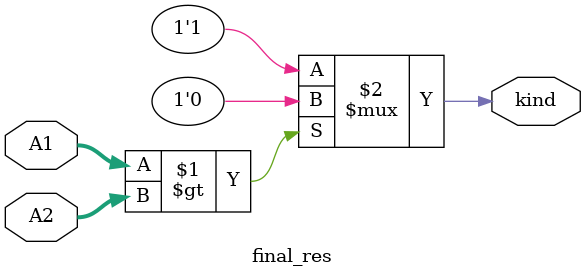
<source format=sv>
module final_res(
    input [25:0] A1,
    input [25:0] A2,
    output kind
);
// binary classfication problem
    assign kind = A1 > A2 ? 1'b0 : 1'b1;

endmodule

</source>
